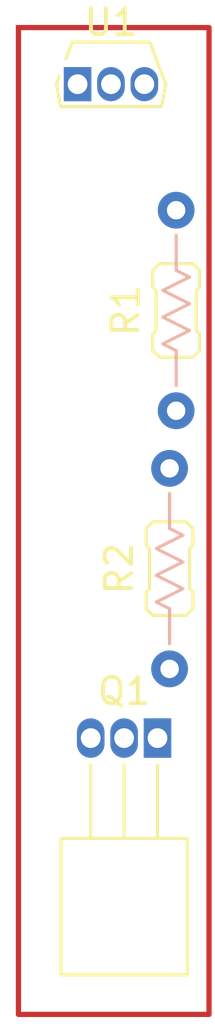
<source format=kicad_pcb>
(kicad_pcb (version 20221018) (generator pcbnew)
  (layers (0 "F.Cu" signal) (31 "B.Cu" signal) (34 "B.Paste" user) (35 "F.Paste" user) (36 "B.SilkS" user "B.Silkscreen") (37 "F.SilkS" user "F.Silkscreen") (38 "B.Mask" user) (39 "F.Mask" user) (44 "Edge.Cuts" user))
  (net 0 "")
  (net 1 "+5V")
  (net 2 "OUT")
  (net 3 "Net-(Q1-B)")
  (footprint "Package_TO_SOT_THT:TO-92S" (layer "F.Cu") (at 149.75 72.15)
    (fp_text reference "U1" (at 1.27 -2.35) (layer "F.SilkS"))
    (fp_text value "AH1806-P")
    (fp_line (start -0.8 0) (end -0.65 0.85) (stroke (width 0.12)) (layer "F.SilkS"))
    (fp_line (start -0.7 -0.3) (end -0.8 0) (stroke (width 0.12)) (layer "F.SilkS"))
    (fp_line (start -0.65 0.85) (end 3.2 0.85) (stroke (width 0.12)) (layer "F.SilkS"))
    (fp_line (start -0.2 -1.6) (end -0.45 -0.95) (stroke (width 0.12)) (layer "F.SilkS"))
    (fp_line (start 2.75 -1.6) (end -0.2 -1.6) (stroke (width 0.12)) (layer "F.SilkS"))
    (fp_line (start 3.2 0.85) (end 3.35 0) (stroke (width 0.12)) (layer "F.SilkS"))
    (fp_line (start 3.35 0) (end 2.75 -1.6) (stroke (width 0.12)) (layer "F.SilkS"))
    (pad "1" thru_hole rect (at 0 0) (size 1.05 1.3) (drill 0.75) (layers "*.Cu" "*.Mask") (net 1 "+5V"))
    (pad "2" thru_hole oval (at 1.27 0) (size 1.05 1.3) (drill 0.75) (layers "*.Cu" "*.Mask") (net 1 "+5V"))
    (pad "3" thru_hole oval (at 2.54 0) (size 1.05 1.3) (drill 0.75) (layers "*.Cu" "*.Mask") (net 3 "Net-(Q1-B)"))
  )
  (footprint "PCM_Resistor_THT_US_AKL_Double:R_Axial_DIN0204_L3.6mm_D1.6mm_P7.62mm_Horizontal" (layer "F.Cu") (at 153.25 94.37 90)
    (fp_text reference "R2" (at 3.81 -1.92 90) (layer "F.SilkS"))
    (fp_text value "130k" hide)
    (fp_line (start 2.286 0) (end 0.9525 0) (stroke (width 0.12)) (layer "B.SilkS"))
    (fp_line (start 2.286 0) (end 2.54 -0.508) (stroke (width 0.12)) (layer "B.SilkS"))
    (fp_line (start 2.54 -0.508) (end 3.048 0.508) (stroke (width 0.12)) (layer "B.SilkS"))
    (fp_line (start 3.048 0.508) (end 3.556 -0.508) (stroke (width 0.12)) (layer "B.SilkS"))
    (fp_line (start 3.556 -0.508) (end 4.064 0.508) (stroke (width 0.12)) (layer "B.SilkS"))
    (fp_line (start 4.064 0.508) (end 4.572 -0.508) (stroke (width 0.12)) (layer "B.SilkS"))
    (fp_line (start 4.572 -0.508) (end 5.08 0.508) (stroke (width 0.12)) (layer "B.SilkS"))
    (fp_line (start 5.08 0.508) (end 5.334 0) (stroke (width 0.12)) (layer "B.SilkS"))
    (fp_line (start 5.334 0) (end 6.6675 0) (stroke (width 0.12)) (layer "B.SilkS"))
    (fp_line (start 0.94 0) (end 1.89 0) (stroke (width 0.12)) (layer "F.SilkS"))
    (fp_line (start 1.89 0) (end 2.032 0) (stroke (width 0.12)) (layer "F.SilkS"))
    (fp_line (start 2.032 -0.635) (end 2.286 -0.889) (stroke (width 0.12)) (layer "F.SilkS"))
    (fp_line (start 2.032 0.635) (end 2.032 -0.635) (stroke (width 0.12)) (layer "F.SilkS"))
    (fp_line (start 2.032 0.635) (end 2.286 0.889) (stroke (width 0.12)) (layer "F.SilkS"))
    (fp_line (start 2.286 -0.889) (end 2.921 -0.889) (stroke (width 0.12)) (layer "F.SilkS"))
    (fp_line (start 2.286 0) (end 2.032 0) (stroke (width 0.12)) (layer "F.SilkS"))
    (fp_line (start 2.286 0) (end 2.54 -0.508) (stroke (width 0.12)) (layer "F.SilkS"))
    (fp_line (start 2.286 0.889) (end 2.921 0.889) (stroke (width 0.12)) (layer "F.SilkS"))
    (fp_line (start 2.54 -0.508) (end 3.048 0.508) (stroke (width 0.12)) (layer "F.SilkS"))
    (fp_line (start 2.921 -0.889) (end 3.048 -0.762) (stroke (width 0.12)) (layer "F.SilkS"))
    (fp_line (start 2.921 0.889) (end 3.048 0.762) (stroke (width 0.12)) (layer "F.SilkS"))
    (fp_line (start 3.048 -0.762) (end 3.81 -0.762) (stroke (width 0.12)) (layer "F.SilkS"))
    (fp_line (start 3.048 0.508) (end 3.556 -0.508) (stroke (width 0.12)) (layer "F.SilkS"))
    (fp_line (start 3.048 0.762) (end 3.81 0.762) (stroke (width 0.12)) (layer "F.SilkS"))
    (fp_line (start 3.556 -0.508) (end 4.064 0.508) (stroke (width 0.12)) (layer "F.SilkS"))
    (fp_line (start 4.064 0.508) (end 4.572 -0.508) (stroke (width 0.12)) (layer "F.SilkS"))
    (fp_line (start 4.572 -0.762) (end 3.81 -0.762) (stroke (width 0.12)) (layer "F.SilkS"))
    (fp_line (start 4.572 -0.508) (end 5.08 0.508) (stroke (width 0.12)) (layer "F.SilkS"))
    (fp_line (start 4.572 0.762) (end 3.81 0.762) (stroke (width 0.12)) (layer "F.SilkS"))
    (fp_line (start 4.699 -0.889) (end 4.572 -0.762) (stroke (width 0.12)) (layer "F.SilkS"))
    (fp_line (start 4.699 0.889) (end 4.572 0.762) (stroke (width 0.12)) (layer "F.SilkS"))
    (fp_line (start 5.08 0.508) (end 5.334 0) (stroke (width 0.12)) (layer "F.SilkS"))
    (fp_line (start 5.334 -0.889) (end 4.699 -0.889) (stroke (width 0.12)) (layer "F.SilkS"))
    (fp_line (start 5.334 0) (end 5.588 0) (stroke (width 0.12)) (layer "F.SilkS"))
    (fp_line (start 5.334 0.889) (end 4.699 0.889) (stroke (width 0.12)) (layer "F.SilkS"))
    (fp_line (start 5.588 -0.635) (end 5.334 -0.889) (stroke (width 0.12)) (layer "F.SilkS"))
    (fp_line (start 5.588 -0.635) (end 5.588 0.635) (stroke (width 0.12)) (layer "F.SilkS"))
    (fp_line (start 5.588 0.635) (end 5.334 0.889) (stroke (width 0.12)) (layer "F.SilkS"))
    (fp_line (start 5.715 0) (end 5.588 0) (stroke (width 0.12)) (layer "F.SilkS"))
    (fp_line (start 6.68 0) (end 5.73 0) (stroke (width 0.12)) (layer "F.SilkS"))
    (pad "1" thru_hole circle (at 0 0 90) (size 1.4 1.4) (drill 0.7) (layers "*.Cu" "*.Mask") (net 1 "+5V"))
    (pad "2" thru_hole oval (at 7.62 0 90) (size 1.4 1.4) (drill 0.7) (layers "*.Cu" "*.Mask") (net 3 "Net-(Q1-B)"))
  )
  (footprint "PCM_Resistor_THT_US_AKL_Double:R_Axial_DIN0204_L3.6mm_D1.6mm_P7.62mm_Horizontal" (layer "F.Cu") (at 153.5 84.56 90)
    (fp_text reference "R1" (at 3.81 -1.92 90) (layer "F.SilkS"))
    (fp_text value "1k" hide)
    (fp_line (start 2.286 0) (end 0.9525 0) (stroke (width 0.12)) (layer "B.SilkS"))
    (fp_line (start 2.286 0) (end 2.54 -0.508) (stroke (width 0.12)) (layer "B.SilkS"))
    (fp_line (start 2.54 -0.508) (end 3.048 0.508) (stroke (width 0.12)) (layer "B.SilkS"))
    (fp_line (start 3.048 0.508) (end 3.556 -0.508) (stroke (width 0.12)) (layer "B.SilkS"))
    (fp_line (start 3.556 -0.508) (end 4.064 0.508) (stroke (width 0.12)) (layer "B.SilkS"))
    (fp_line (start 4.064 0.508) (end 4.572 -0.508) (stroke (width 0.12)) (layer "B.SilkS"))
    (fp_line (start 4.572 -0.508) (end 5.08 0.508) (stroke (width 0.12)) (layer "B.SilkS"))
    (fp_line (start 5.08 0.508) (end 5.334 0) (stroke (width 0.12)) (layer "B.SilkS"))
    (fp_line (start 5.334 0) (end 6.6675 0) (stroke (width 0.12)) (layer "B.SilkS"))
    (fp_line (start 0.94 0) (end 1.89 0) (stroke (width 0.12)) (layer "F.SilkS"))
    (fp_line (start 1.89 0) (end 2.032 0) (stroke (width 0.12)) (layer "F.SilkS"))
    (fp_line (start 2.032 -0.635) (end 2.286 -0.889) (stroke (width 0.12)) (layer "F.SilkS"))
    (fp_line (start 2.032 0.635) (end 2.032 -0.635) (stroke (width 0.12)) (layer "F.SilkS"))
    (fp_line (start 2.032 0.635) (end 2.286 0.889) (stroke (width 0.12)) (layer "F.SilkS"))
    (fp_line (start 2.286 -0.889) (end 2.921 -0.889) (stroke (width 0.12)) (layer "F.SilkS"))
    (fp_line (start 2.286 0) (end 2.032 0) (stroke (width 0.12)) (layer "F.SilkS"))
    (fp_line (start 2.286 0) (end 2.54 -0.508) (stroke (width 0.12)) (layer "F.SilkS"))
    (fp_line (start 2.286 0.889) (end 2.921 0.889) (stroke (width 0.12)) (layer "F.SilkS"))
    (fp_line (start 2.54 -0.508) (end 3.048 0.508) (stroke (width 0.12)) (layer "F.SilkS"))
    (fp_line (start 2.921 -0.889) (end 3.048 -0.762) (stroke (width 0.12)) (layer "F.SilkS"))
    (fp_line (start 2.921 0.889) (end 3.048 0.762) (stroke (width 0.12)) (layer "F.SilkS"))
    (fp_line (start 3.048 -0.762) (end 3.81 -0.762) (stroke (width 0.12)) (layer "F.SilkS"))
    (fp_line (start 3.048 0.508) (end 3.556 -0.508) (stroke (width 0.12)) (layer "F.SilkS"))
    (fp_line (start 3.048 0.762) (end 3.81 0.762) (stroke (width 0.12)) (layer "F.SilkS"))
    (fp_line (start 3.556 -0.508) (end 4.064 0.508) (stroke (width 0.12)) (layer "F.SilkS"))
    (fp_line (start 4.064 0.508) (end 4.572 -0.508) (stroke (width 0.12)) (layer "F.SilkS"))
    (fp_line (start 4.572 -0.762) (end 3.81 -0.762) (stroke (width 0.12)) (layer "F.SilkS"))
    (fp_line (start 4.572 -0.508) (end 5.08 0.508) (stroke (width 0.12)) (layer "F.SilkS"))
    (fp_line (start 4.572 0.762) (end 3.81 0.762) (stroke (width 0.12)) (layer "F.SilkS"))
    (fp_line (start 4.699 -0.889) (end 4.572 -0.762) (stroke (width 0.12)) (layer "F.SilkS"))
    (fp_line (start 4.699 0.889) (end 4.572 0.762) (stroke (width 0.12)) (layer "F.SilkS"))
    (fp_line (start 5.08 0.508) (end 5.334 0) (stroke (width 0.12)) (layer "F.SilkS"))
    (fp_line (start 5.334 -0.889) (end 4.699 -0.889) (stroke (width 0.12)) (layer "F.SilkS"))
    (fp_line (start 5.334 0) (end 5.588 0) (stroke (width 0.12)) (layer "F.SilkS"))
    (fp_line (start 5.334 0.889) (end 4.699 0.889) (stroke (width 0.12)) (layer "F.SilkS"))
    (fp_line (start 5.588 -0.635) (end 5.334 -0.889) (stroke (width 0.12)) (layer "F.SilkS"))
    (fp_line (start 5.588 -0.635) (end 5.588 0.635) (stroke (width 0.12)) (layer "F.SilkS"))
    (fp_line (start 5.588 0.635) (end 5.334 0.889) (stroke (width 0.12)) (layer "F.SilkS"))
    (fp_line (start 5.715 0) (end 5.588 0) (stroke (width 0.12)) (layer "F.SilkS"))
    (fp_line (start 6.68 0) (end 5.73 0) (stroke (width 0.12)) (layer "F.SilkS"))
    (pad "1" thru_hole circle (at 0 0 90) (size 1.4 1.4) (drill 0.7) (layers "*.Cu" "*.Mask") (net 1 "+5V"))
    (pad "2" thru_hole oval (at 7.62 0 90) (size 1.4 1.4) (drill 0.7) (layers "*.Cu" "*.Mask") (net 2 "OUT"))
  )
  (footprint "Package_TO_SOT_THT:TO-92_Inline_Horizontal2" (layer "F.Cu") (at 152.79 97 180)
    (fp_text reference "Q1" (at 1.27 1.78) (layer "F.SilkS"))
    (fp_text value "2N2222A")
    (fp_line (start -1.13 -9) (end -1.13 -3.81) (stroke (width 0.12)) (layer "F.SilkS"))
    (fp_line (start -1.13 -3.81) (end 3.67 -3.81) (stroke (width 0.12)) (layer "F.SilkS"))
    (fp_line (start 0 -1.02) (end 0 -3.81) (stroke (width 0.12)) (layer "F.SilkS"))
    (fp_line (start 1.27 -1.02) (end 1.27 -3.81) (stroke (width 0.12)) (layer "F.SilkS"))
    (fp_line (start 2.54 -1.02) (end 2.54 -3.81) (stroke (width 0.12)) (layer "F.SilkS"))
    (fp_line (start 3.67 -9) (end -1.13 -9) (stroke (width 0.12)) (layer "F.SilkS"))
    (fp_line (start 3.67 -3.81) (end 3.67 -9) (stroke (width 0.12)) (layer "F.SilkS"))
    (pad "1" thru_hole rect (at 0 0 180) (size 1.05 1.5) (drill 0.75) (layers "*.Cu" "*.Mask") (net 1 "+5V"))
    (pad "2" thru_hole oval (at 1.27 0 180) (size 1.05 1.5) (drill 0.75) (layers "*.Cu" "*.Mask") (net 3 "Net-(Q1-B)"))
    (pad "3" thru_hole oval (at 2.54 0 180) (size 1.05 1.5) (drill 0.75) (layers "*.Cu" "*.Mask") (net 2 "OUT"))
  )
  (gr_rect (start 147.5 70) (end 154.75 107.5) (stroke (width 0.2)) (fill none) (layer "F.Cu"))
)
</source>
